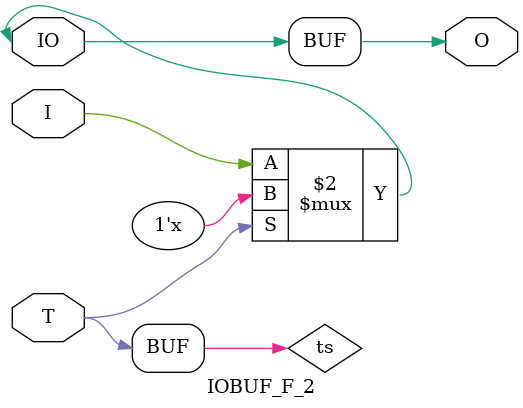
<source format=v>

/*

FUNCTION    : INPUT TRI-STATE OUTPUT BUFFER

*/

`celldefine
`timescale  100 ps / 10 ps

module IOBUF_F_2 (O, IO, I, T);

    output O;

    inout  IO;

    input  I, T;

    or O1 (ts, 1'b0, T);
    bufif0 T1 (IO, I, ts);

    buf B1 (O, IO);

endmodule

</source>
